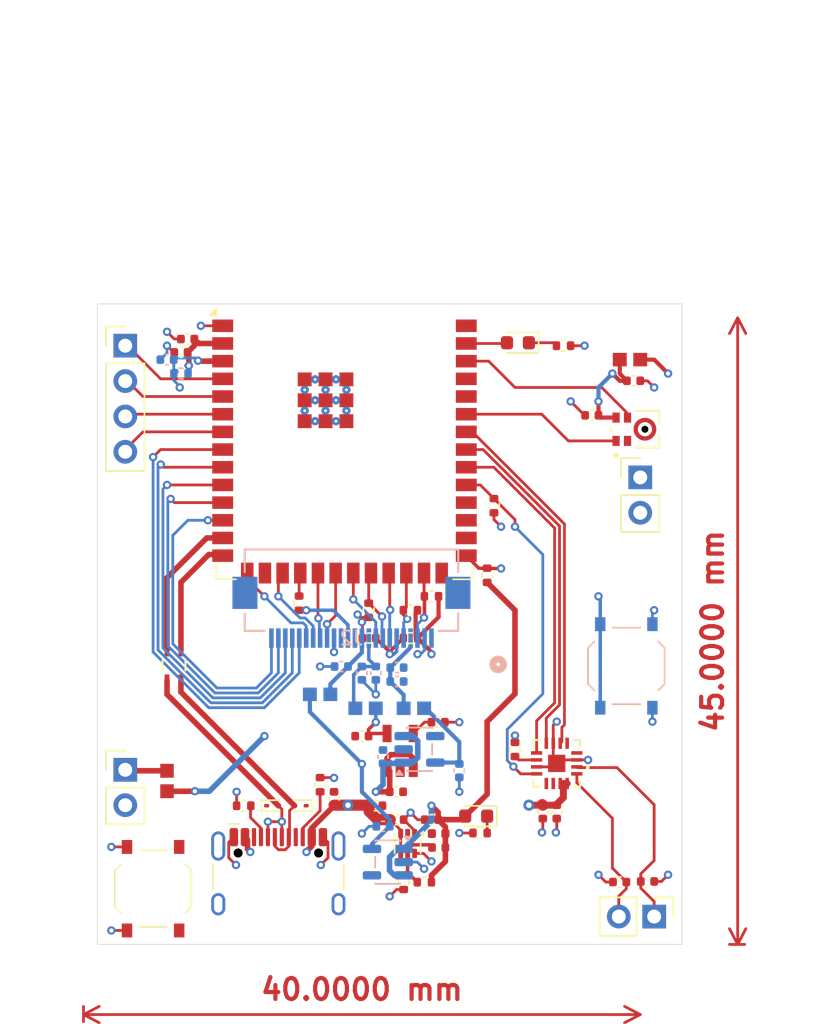
<source format=kicad_pcb>
(kicad_pcb (version 20241229) (generator "pcbnew") (generator_version "9.0")
  (layers (0 "F.Cu" signal) (4 "In1.Cu" power "GND PLANE") (6 "In2.Cu" power "POWER") (2 "B.Cu" signal) (13 "F.Paste" user) (15 "B.Paste" user) (5 "F.SilkS" user "F.Silkscreen") (7 "B.SilkS" user "B.Silkscreen") (1 "F.Mask" user) (3 "B.Mask" user) (25 "Edge.Cuts" user))
  (net 0 "")
  (net 1 "GND")
  (net 2 "IO0")
  (net 3 "3V3-Main")
  (net 4 "Net-(MMICT1-VDD)")
  (net 5 "5V")
  (net 6 "+2V8")
  (net 7 "+1V8")
  (net 8 "Net-(IC1-BP)")
  (net 9 "+1V5")
  (net 10 "Net-(U4-FB)")
  (net 11 "AVDD")
  (net 12 "DOVDD")
  (net 13 "DVDD")
  (net 14 "Reset")
  (net 15 "Net-(D1-K)")
  (net 16 "IO1")
  (net 17 "Net-(D4-K)")
  (net 18 "USB_D+")
  (net 19 "USB_D-")
  (net 20 "+1.8V")
  (net 21 "3V3-OUT")
  (net 24 "IO48")
  (net 25 "IO8")
  (net 26 "IO16")
  (net 27 "IO4")
  (net 28 "Net-(J2-Pad13)")
  (net 29 "IO15")
  (net 30 "IO6")
  (net 31 "IO7")
  (net 32 "IO12")
  (net 33 "IO9")
  (net 34 "IO11")
  (net 35 "IO13")
  (net 36 "IO18")
  (net 38 "IO17")
  (net 39 "IO5")
  (net 41 "IO40")
  (net 42 "IO38")
  (net 43 "IO42")
  (net 44 "IO41")
  (net 45 "IO39")
  (net 46 "TX")
  (net 47 "Net-(J5-Pin_1)")
  (net 48 "Net-(J5-Pin_2)")
  (net 49 "Net-(U4-SW)")
  (net 50 "IO47")
  (net 51 "IO46")
  (net 52 "IO21")
  (net 53 "Net-(U3-GAIN_SLOT)")
  (net 54 "IO45")
  (net 55 "IO10")
  (net 56 "EN")
  (net 59 "IO3")
  (net 64 "IO14")
  (net 65 "IO2")
  (net 70 "Net-(J6-CC1)")
  (net 71 "Net-(J6-CC2)")
  (net 73 "D+")
  (net 74 "D-")
  (net 78 "+3V3")
  (footprint "Capacitor_SMD:C_0402_1005Metric" (layer "F.Cu") (at 209 83.48 90)
    (property "Reference" "C4" (hide yes))
    (property "Value" "10uF" (hide yes))
  )
  (footprint "Capacitor_SMD:C_0402_1005Metric" (layer "F.Cu") (at 201.52 86.04)
    (property "Reference" "C19" (hide yes))
    (property "Value" "22pF" (hide yes))
  )
  (footprint "Resistor_SMD:R_0402_1005Metric" (layer "F.Cu") (at 199.49 69 180)
    (property "Reference" "R24" (hide yes))
    (property "Value" "4.7k" (hide yes))
  )
  (footprint "FerriteBead:BEADC1608X95N" (layer "F.Cu") (at 215.265 51 180)
    (property "Reference" "FB2" (hide yes))
    (property "Value" "600R@100MHz" (hide yes))
  )
  (footprint "Resistor_SMD:R_0402_1005Metric" (layer "F.Cu") (at 205.49 61.49 90)
    (property "Reference" "R1" (hide yes))
    (property "Value" "100k" (hide yes))
  )
  (footprint "Capacitor_SMD:C_0402_1005Metric" (layer "F.Cu") (at 216.52 88.48 180)
    (property "Reference" "C18" (hide yes))
    (property "Value" "0.1uF" (hide yes))
  )
  (footprint "Connector_PinHeader_2.54mm:PinHeader_1x02_P2.54mm_Vertical" (layer "F.Cu") (at 217 91 -90)
    (property "Reference" "J5" (hide yes))
    (property "Value" "Conn_01x02_Pin" (hide yes))
  )
  (footprint "Connector_PinHeader_2.54mm:PinHeader_1x02_P2.54mm_Vertical" (layer "F.Cu") (at 216 59.46)
    (property "Reference" "J3" (hide yes))
    (property "Value" "Conn_01x02_Pin" (hide yes))
  )
  (footprint "Capacitor_SMD:C_0402_1005Metric" (layer "F.Cu") (at 215.52 52.52 180)
    (property "Reference" "C5" (hide yes))
    (property "Value" "1uF" (hide yes))
  )
  (footprint "Capacitor_SMD:C_0402_1005Metric" (layer "F.Cu") (at 212.52 55)
    (property "Reference" "C3" (hide yes))
    (property "Value" "0.1uF" (hide yes))
  )
  (footprint "FerriteBead:BEADC1608X95N" (layer "F.Cu") (at 182 81.265 90)
    (property "Reference" "FB7" (hide yes))
    (property "Value" "600R@100MHz" (hide yes))
  )
  (footprint "Resistor_SMD:R_0402_1005Metric" (layer "F.Cu") (at 199.49 71 180)
    (property "Reference" "R26" (hide yes))
    (property "Value" "4.7k" (hide yes))
  )
  (footprint "Capacitor_SMD:C_0402_1005Metric" (layer "F.Cu") (at 197 83.04 180)
    (property "Reference" "C14" (hide yes))
    (property "Value" "10uF" (hide yes))
  )
  (footprint "Capacitor_SMD:C_0402_1005Metric" (layer "F.Cu") (at 194 82.52 90)
    (property "Reference" "C12" (hide yes))
    (property "Value" "10uF" (hide yes))
  )
  (footprint "RF_Module:ESP32-S3-WROOM-2" (layer "F.Cu") (at 194.75 53.83)
    (property "Reference" "U5" (hide yes))
    (property "Value" "ESP32-S3-WROOM-2" (hide yes))
  )
  (footprint "MMIC:MIC_T3902" (layer "F.Cu") (at 215.6275 56 90)
    (property "Reference" "MMICT1" (hide yes))
    (property "Value" "T3902" (hide yes))
  )
  (footprint "Resistor_SMD:R_0402_1005Metric" (layer "F.Cu") (at 207 79 -90)
    (property "Reference" "R3" (hide yes))
    (property "Value" "100k" (hide yes))
  )
  (footprint "Resistor_SMD:R_0402_1005Metric" (layer "F.Cu") (at 191.49 68.49 -90)
    (property "Reference" "R14" (hide yes))
    (property "Value" "22" (hide yes))
  )
  (footprint "Capacitor_SMD:C_0402_1005Metric" (layer "F.Cu") (at 183.48 49.52 180)
    (property "Reference" "C16" (hide yes))
    (property "Value" "10nF" (hide yes))
  )
  (footprint "Capacitor_SMD:C_0402_1005Metric" (layer "F.Cu") (at 198.48 82.04)
    (property "Reference" "C1" (hide yes))
    (property "Value" "1uF" (hide yes))
  )
  (footprint "Resistor_SMD:R_0402_1005Metric" (layer "F.Cu") (at 201 68 180)
    (property "Reference" "R25" (hide yes))
    (property "Value" "4.7k" (hide yes))
  )
  (footprint "Resistor_SMD:R_0402_1005Metric" (layer "F.Cu") (at 210.49 50)
    (property "Reference" "R21" (hide yes))
    (property "Value" "470R" (hide yes))
  )
  (footprint "Capacitor_SMD:C_0402_1005Metric" (layer "F.Cu") (at 198.52 84.04 180)
    (property "Reference" "C13" (hide yes))
    (property "Value" "0.1uF" (hide yes))
  )
  (footprint "Capacitor_SMD:C_0402_1005Metric" (layer "F.Cu") (at 183 50.48 180)
    (property "Reference" "C15" (hide yes))
    (property "Value" "1uF" (hide yes))
  )
  (footprint "Inductor_SMD:L_0402_1005Metric" (layer "F.Cu") (at 201.515 85.04)
    (property "Reference" "L1" (hide yes))
    (property "Value" "2.2uH" (hide yes))
  )
  (footprint "Connector_PinHeader_2.54mm:PinHeader_1x02_P2.54mm_Vertical" (layer "F.Cu") (at 179 80.46)
    (property "Reference" "J1" (hide yes))
    (property "Value" "Conn_01x02_Pin" (hide yes))
  )
  (footprint "Connector_PinHeader_2.54mm:PinHeader_1x04_P2.54mm_Vertical" (layer "F.Cu") (at 179 50)
    (property "Reference" "J4" (hide yes))
    (property "Value" "Conn_01x04_Pin" (hide yes))
  )
  (footprint "LDO1.5:SOT94P280X100-5N" (layer "F.Cu") (at 198.75 79.1 -90)
    (property "Reference" "IC1" (hide yes))
    (property "Value" "RT9193-15GB" (hide yes))
  )
  (footprint "Capacitor_SMD:C_0402_1005Metric" (layer "F.Cu") (at 210 83.48 90)
    (property "Reference" "C6" (hide yes))
    (property "Value" "0.1uF" (hide yes))
  )
  (footprint "Resistor_SMD:R_0402_1005Metric" (layer "F.Cu") (at 204.49 85 180)
    (property "Reference" "R10" (hide yes))
    (property "Value" "470R" (hide yes))
  )
  (footprint "Button_Switch_SMD:SW_Push_1P1T_XKB_TS-1187A" (layer "F.Cu") (at 181 89 90)
    (property "Reference" "Reset1" (hide yes))
    (property "Value" "Reset" (hide yes))
  )
  (footprint "Capacitor_SMD:C_0402_1005Metric" (layer "F.Cu") (at 196.52 71 180)
    (property "Reference" "C41" (hide yes))
    (property "Value" "0.1uF" (hide yes))
  )
  (footprint "common_mode_choke:IND_DLW21S_0805_MUR-M" (layer "F.Cu") (at 182.500001 72.9618)
    (property "Reference" "L2" (hide yes))
    (property "Value" "DLW21SN900SQ2L" (hide yes))
  )
  (footprint "Resistor_SMD:R_0402_1005Metric" (layer "F.Cu") (at 199 88.55 90)
    (property "Reference" "R8" (hide yes))
    (property "Value" "20k" (hide yes))
  )
  (footprint "LED_SMD:LED_0603_1608Metric" (layer "F.Cu") (at 207.2125 49.7875 180)
    (property "Reference" "D4" (hide yes))
    (property "Value" "LED" (hide yes))
  )
  (footprint "Package_DFN_QFN:Max98753-ETE" (layer "F.Cu") (at 210 80)
    (property "Reference" "U3" (hide yes))
    (property "Value" "MAX98357A" (hide yes))
  )
  (footprint "Diode_SMD:D_SOD-923" (layer "F.Cu") (at 191.58 83.04 180)
    (property "Reference" "D6" (hide yes))
    (property "Value" "ESD9B3.3ST5G" (hide yes))
  )
  (footprint "Resistor_SMD:R_0402_1005Metric" (layer "F.Cu") (at 187.51 83.04)
    (property "Reference" "R4" (hide yes))
    (property "Value" "5.1K" (hide yes))
  )
  (footprint "Package_TO_SOT_SMD:SOT-563" (layer "F.Cu") (at 199.2875 85.7525 180)
    (property "Reference" "U4" (hide yes))
    (property "Value" "TPS62A02ADRL" (hide yes))
  )
  (footprint "LED_SMD:LED_0603_1608Metric" (layer "F.Cu") (at 204.2125 83.7875 180)
    (property "Reference" "D1" (hide yes))
    (property "Value" "LED" (hide yes))
  )
  (footprint "Resistor_SMD:R_0402_1005Metric" (layer "F.Cu") (at 205 66.49 90)
    (property "Reference" "R27" (hide yes))
    (property "Value" "10K" (hide yes))
  )
  (footprint "Resistor_SMD:R_0402_1005Metric" (layer "F.Cu") (at 196.49 69 90)
    (property "Reference" "R23" (hide yes))
    (property "Value" "10k" (hide yes))
  )
  (footprint "Capacitor_SMD:C_0402_1005Metric" (layer "F.Cu") (at 201.48 77.04)
    (property "Reference" "C10" (hide yes))
    (property "Value" "22nF" (hide yes))
  )
  (footprint "Capacitor_SMD:C_0402_1005Metric" (layer "F.Cu") (at 214.52 88.52 180)
    (property "Reference" "C7" (hide yes))
    (property "Value" "0.1uF" (hide yes))
  )
  (footprint "Resistor_SMD:R_0402_1005Metric" (layer "F.Cu") (at 193 81.53 -90)
    (property "Reference" "R2" (hide yes))
    (property "Value" "5.1K" (hide yes))
  )
  (footprint "Connector_USB:USB_C_Receptacle_HCTL_HC-TYPE-C-16P-01A" (layer "F.Cu") (at 190 89.04)
    (property "Reference" "J6" (hide yes))
    (property "Value" "USB_C_Receptacle_USB2.0_16P" (hide yes))
  )
  (footprint "Capacitor_SMD:C_0402_1005Metric" (layer "F.Cu") (at 201 84.04)
    (property "Reference" "C20" (hide yes))
    (property "Value" "22uF" (hide yes))
  )
  (footprint "Resistor_SMD:R_0402_1005Metric" (layer "F.Cu") (at 200.49 88.53)
    (property "Reference" "R7" (hide yes))
    (property "Value" "100k" (hide yes))
  )
  (footprint "Diode_SMD:D_SOD-923" (layer "F.Cu") (at 189.58 83.04)
    (property "Reference" "D5" (hide yes))
    (property "Value" "ESD9B3.3ST5G" (hide yes))
  )
  (footprint "Capacitor_SMD:C_0402_1005Metric" (layer "F.Cu") (at 196 78.04)
    (property "Reference" "C11" (hide yes))
    (property "Value" "2.2uF" (hide yes))
  )
  (footprint "Capacitor_SMD:C_0402_1005Metric" (layer "B.Cu") (at 198.52 73.12)
    (property "Reference" "C35" (hide yes))
    (property "Value" "1uF" (hide yes))
  )
  (footprint "Package_TO_SOT_SMD:SOT-23-5" (layer "B.Cu") (at 197.8625 87.09)
    (property "Reference" "U2" (hide yes))
    (property "Value" "TLV70018_SOT23-5" (hide yes))
  )
  (footprint "Capacitor_SMD:C_0402_1005Metric" (layer "B.Cu") (at 198.52 74.12)
    (property "Reference" "C31" (hide yes))
    (property "Value" "0.1uF" (hide yes))
  )
  (footprint "FerriteBead:BEADC1608X95N" (layer "B.Cu") (at 193 75.04)
    (property "Reference" "FB4" (hide yes))
    (property "Value" "600R@100MHz" (hide yes))
  )
  (footprint "Capacitor_SMD:C_0402_1005Metric" (layer "B.Cu") (at 182 51 180)
    (property "Reference" "C17" (hide yes))
    (property "Value" "0.1uF" (hide yes))
  )
  (footprint "FerriteBead:BEADC1608X95N" (layer "B.Cu") (at 196.265 76.04 180)
    (property "Reference" "FB5" (hide yes))
    (property "Value" "600R@100MHz" (hide yes))
  )
  (footprint "Resistor_SMD:R_0402_1005Metric" (layer "B.Cu") (at 183 52 180)
    (property "Reference" "R6" (hide yes))
    (property "Value" "10K" (hide yes))
  )
  (footprint "Capacitor_SMD:C_0402_1005Metric" (layer "B.Cu") (at 196 73.52 -90)
    (property "Reference" "C33" (hide yes))
    (property "Value" "0.1uF" (hide yes))
  )
  (footprint "Capacitor_SMD:C_0402_1005Metric" (layer "B.Cu") (at 197.52 84.52)
    (property "Reference" "C9" (hide yes))
    (property "Value" "1uF" (hide yes))
  )
  (footprint "Capacitor_SMD:C_0402_1005Metric" (layer "B.Cu") (at 203 80.52 -90)
    (property "Reference" "C8" (hide yes))
    (property "Value" "1uF" (hide yes))
  )
  (footprint "Capacitor_SMD:C_0402_1005Metric" (layer "B.Cu") (at 194.52 73.04 180)
    (property "Reference" "C32" (hide yes))
    (property "Value" "0.1uF" (hide yes))
  )
  (footprint "Package_TO_SOT_SMD:SOT-23-5" (layer "B.Cu") (at 200.1375 78.99 180)
    (property "Reference" "U1" (hide yes))
    (property "Value" "TLV70028_SOT23-5" (hide yes))
  )
  (footprint "Connector_FPC_Custom:CONN24X1_FH12-24S-0.5SH55_HIR" (layer "B.Cu") (at 195.079199 69.448347 180)
    (property "Reference" "J2")
    (property "Value" "FH12-24S-0.5SH55")
  )
  (footprint "FerriteBead:BEADC1608X95N" (layer "B.Cu") (at 199.735 76.04 180)
    (property "Reference" "FB6" (hide yes))
    (property "Value" "600R@100MHz" (hide yes))
  )
  (footprint "Button_Switch_SMD:SW_Push_1P1T_XKB_TS-1187A" (layer "B.Cu") (at 215 73 90)
    (property "Reference" "BOOT1" (hide yes))
    (property "Value" "BOOT" (hide yes))
  )
  (footprint "Capacitor_SMD:C_0402_1005Metric" (layer "B.Cu") (at 197 73.52 -90)
    (property "Reference" "C36" (hide yes))
    (property "Value" "1uF" (hide yes))
  )
  (footprint "Capacitor_SMD:C_0402_1005Metric" (layer "B.Cu") (at 197.52 79.52 90)
    (property "Reference" "C2" (hide yes))
    (property "Value" "10uF" (hide yes))
  )
  (gr_rect (start 177 47) (end 219 93) (stroke (width 0.05)) (fill no) (layer "Edge.Cuts"))
  (dimension (type orthogonal) (layer "F.Cu") (pts (xy 216 98.04) (xy 176 99.04)) (height 0) (orientation 0) (format (prefix "") (suffix "") (units 3) (units_format 1) (precision 4)) (style (thickness 0.2) (arrow_length 1.27) (text_position_mode 0) (arrow_direction outward) (extension_height 0.58642) (extension_offset 0.5) (keep_text_aligned yes)) (gr_text "40.0000 mm" (at 196 96.24 0) (layer "F.Cu") (effects (font (size 1.5 1.5) (thickness 0.3)))))
  (dimension (type orthogonal) (layer "F.Cu") (pts (xy 223 48) (xy 224 93)) (height 0) (orientation 1) (format (prefix "") (suffix "") (units 3) (units_format 1) (precision 4)) (style (thickness 0.2) (arrow_length 1.27) (text_position_mode 0) (arrow_direction outward) (extension_height 0.58642) (extension_offset 0.5) (keep_text_aligned yes)) (gr_text "45.0000 mm" (at 221.2 70.5 90) (layer "F.Cu") (effects (font (size 1.5 1.5) (thickness 0.3)))))
  (segment (start 214.04 88.52) (end 213.52 88.52) (width 0.2) (layer "F.Cu") (net 1))
  (segment (start 195.891129 69.51) (end 195.690543 69.309414) (width 0.2) (layer "F.Cu") (net 1))
  (segment (start 209.75 78.5546) (end 209.75 77.25) (width 0.2) (layer "F.Cu") (net 1))
  (segment (start 196.04 69.8891) (end 195.999998 69.849098) (width 0.2) (layer "F.Cu") (net 1))
  (segment (start 193.566 85.661) (end 193.566 86.776412) (width 0.2) (layer "F.Cu") (net 1))
  (segment (start 209.75 77.25) (end 210 77) (width 0.2) (layer "F.Cu") (net 1))
  (segment (start 212.25 79.75) (end 211.4454 79.75) (width 0.2) (layer "F.Cu") (net 1))
  (segment (start 209.94 84.96) (end 210 84.9) (width 0.2) (layer "F.Cu") (net 1))
  (segment (start 186.434 85.661) (end 186.434 86.776412) (width 0.2) (layer "F.Cu") (net 1))
  (segment (start 193.2 85.295) (end 193.566 85.661) (width 0.2) (layer "F.Cu") (net 1))
  (segment (start 217 88.48) (end 217.52 88.48) (width 0.2) (layer "F.Cu") (net 1))
  (segment (start 182.52 49.52) (end 182 49) (width 0.2) (layer "F.Cu") (net 1))
  (segment (start 179.125 86) (end 178 86) (width 0.2) (layer "F.Cu") (net 1))
  (segment (start 209.75 80.25) (end 208.5546 80.25) (width 0.2) (layer "F.Cu") (net 1))
  (segment (start 196.04 71) (end 196.04 69.8891) (width 0.2) (layer "F.Cu") (net 1))
  (segment (start 199.7875 84.8275) (end 199 84.04) (width 0.2) (layer "F.Cu") (net 1))
  (segment (start 182.52 50.48) (end 182.48 50.48) (width 0.2) (layer "F.Cu") (net 1))
  (segment (start 193.566 86.776412) (end 193.046525 87.295887) (width 0.2) (layer "F.Cu") (net 1))
  (segment (start 179.125 92) (end 178 92) (width 0.2) (layer "F.Cu") (net 1))
  (segment (start 187 83.04) (end 187 82.04) (width 0.2) (layer "F.Cu") (net 1))
  (segment (start 205.49 62) (end 205.49 62.49) (width 0.2) (layer "F.Cu") (net 1))
  (segment (start 193 81.02) (end 193.98 81.02) (width 0.2) (layer "F.Cu") (net 1))
  (segment (start 212.04 55) (end 212 55) (width 0.2) (layer "F.Cu") (net 1))
  (segment (start 210 80) (end 210.25 79.75) (width 0.2) (layer "F.Cu") (net 1))
  (segment (start 210.25 79.75) (end 211.4454 79.75) (width 0.2) (layer "F.Cu") (net 1))
  (segment (start 200.52 84.04) (end 200 84.04) (width 0.2) (layer "F.Cu") (net 1))
  (segment (start 217.52 88.48) (end 218 88) (width 0.2) (layer "F.Cu") (net 1))
  (segment (start 210 83.96) (end 210 84.9) (width 0.2) (layer "F.Cu") (net 1))
  (segment (start 198.49 89.06) (end 198 89.55) (width 0.2) (layer "F.Cu") (net 1))
  (segment (start 210 80) (end 209.75 79.75) (width 0.2) (layer "F.Cu") (net 1))
  (segment (start 196.49 69.51) (end 195.891129 69.51) (width 0.2) (layer "F.Cu") (net 1))
  (segment (start 207 78.49) (end 207 78) (width 0.2) (layer "F.Cu") (net 1))
  (segment (start 210 80) (end 209.75 80.25) (width 0.2) (layer "F.Cu") (net 1))
  (segment (start 213.52 88.52) (end 213 88) (width 0.2) (layer "F.Cu") (net 1))
  (segment (start 186.434 86.776412) (end 186.953475 87.295887) (width 0.2) (layer "F.Cu") (net 1))
  (segment (start 211 50) (end 212 50) (width 0.2) (layer "F.Cu") (net 1))
  (segment (start 209 83.96) (end 209 84.9) (width 0.2) (layer "F.Cu") (net 1))
  (segment (start 184.43 48.57) (end 186 48.57) (width 0.2) (layer "F.Cu") (net 1))
  (segment (start 200 84.04) (end 199.5 83.54) (width 0.2) (layer "F.Cu") (net 1))
  (segment (start 216 52.52) (end 216.52 52.52) (width 0.2) (layer "F.Cu") (net 1))
  (segment (start 183 49.52) (end 182.52 49.52) (width 0.2) (layer "F.Cu") (net 1))
  (segment (start 216.52 52.52) (end 217 53) (width 0.2) (layer "F.Cu") (net 1))
  (segment (start 186.8 85.295) (end 186.434 85.661) (width 0.2) (layer "F.Cu") (net 1))
  (segment (start 203.98 85) (end 203 85) (width 0.2) (layer "F.Cu") (net 1))
  (segment (start 199 89.06) (end 198.49 89.06) (width 0.2) (layer "F.Cu") (net 1))
  (segment (start 199 84.04) (end 199.5 83.54) (width 0.2) (layer "F.Cu") (net 1))
  (segment (start 201.96 77.04) (end 203 77.04) (width 0.2) (layer "F.Cu") (net 1))
  (segment (start 205.49 62.49) (end 206 63) (width 0.2) (layer "F.Cu") (net 1))
  (segment (start 209.75 79.75) (end 209.75 78.5546) (width 0.2) (layer "F.Cu") (net 1))
  (segment (start 182.48 50.48) (end 182 50) (width 0.2) (layer "F.Cu") (net 1))
  (segment (start 209 84.9) (end 208.94 84.96) (width 0.2) (layer "F.Cu") (net 1))
  (segment (start 212 55) (end 211 54) (width 0.2) (layer "F.Cu") (net 1))
  (segment (start 193.98 81.02) (end 194 81.04) (width 0.2) (layer "F.Cu") (net 1))
  (via (at 212 50) (size 0.6) (drill 0.3) (layers "F.Cu" "B.Cu") (net 1))
  (via (at 197 75.04) (size 0.6) (drill 0.3) (layers "F.Cu" "B.Cu") (net 1))
  (via (at 182 50) (size 0.6) (drill 0.3) (layers "F.Cu" "B.Cu") (net 1))
  (via (at 217 53) (size 0.6) (drill 0.3) (layers "F.Cu" "B.Cu") (net 1))
  (via (at 193.046525 87.295887) (size 0.6) (drill 0.3) (layers "F.Cu" "B.Cu") (net 1))
  (via (at 187 82.04) (size 0.6) (drill 0.3) (layers "F.Cu" "B.Cu") (net 1))
  (via (at 199.5 83.54) (size 0.6) (drill 0.3) (layers "F.Cu" "B.Cu") (net 1))
  (via (at 196 85.04) (size 0.6) (drill 0.3) (layers "F.Cu" "B.Cu") (net 1))
  (via (at 218 88) (size 0.6) (drill 0.3) (layers "F.Cu" "B.Cu") (net 1))
  (via (at 203 85) (size 0.6) (drill 0.3) (layers "F.Cu" "B.Cu") (net 1))
  (via (at 193 73.04) (size 0.6) (drill 0.3) (layers "F.Cu" "B.Cu") (net 1))
  (via (at 210 77) (size 0.6) (drill 0.3) (layers "F.Cu" "B.Cu") (net 1))
  (via (at 206 63) (size 0.6) (drill 0.3) (layers "F.Cu" "B.Cu") (net 1))
  (via (at 217 69) (size 0.6) (drill 0.3) (layers "F.Cu" "B.Cu") (net 1))
  (via (at 216.875 77) (size 0.6) (drill 0.3) (layers "F.Cu" "B.Cu") (net 1))
  (via (at 195.999998 69.849098) (size 0.6) (drill 0.3) (layers "F.Cu" "B.Cu") (net 1))
  (via (at 194 81.04) (size 0.6) (drill 0.3) (layers "F.Cu" "B.Cu") (net 1))
  (via (at 200.467971 87.572029) (size 0.6) (drill 0.3) (layers "F.Cu" "B.Cu") (net 1))
  (via (at 208.94 84.96) (size 0.6) (drill 0.3) (layers "F.Cu" "B.Cu") (net 1))
  (via (at 182 49) (size 0.6) (drill 0.3) (layers "F.Cu" "B.Cu") (net 1))
  (via (at 203 82.04) (size 0.6) (drill 0.3) (layers "F.Cu" "B.Cu") (net 1))
  (via (at 200 72.150902) (size 0.6) (drill 0.3) (layers "F.Cu" "B.Cu") (net 1))
  (via (at 207 78) (size 0.6) (drill 0.3) (layers "F.Cu" "B.Cu") (net 1))
  (via (at 212.25 79.75) (size 0.6) (drill 0.3) (layers "F.Cu" "B.Cu") (net 1))
  (via (at 178 86) (size 0.6) (drill 0.3) (layers "F.Cu" "B.Cu") (net 1))
  (via (at 195.690543 69.309414) (size 0.6) (drill 0.3) (layers "F.Cu" "B.Cu") (net 1))
  (via (at 194 72.002653) (size 0.6) (drill 0.3) (layers "F.Cu" "B.Cu") (net 1))
  (via (at 178 92) (size 0.6) (drill 0.3) (layers "F.Cu" "B.Cu") (net 1))
  (via (at 213 88) (size 0.6) (drill 0.3) (layers "F.Cu" "B.Cu") (net 1))
  (via (at 211 54) (size 0.6) (drill 0.3) (layers "F.Cu" "B.Cu") (net 1))
  (via (at 203 77.04) (size 0.6) (drill 0.3) (layers "F.Cu" "B.Cu") (net 1))
  (via (at 209.94 84.96) (size 0.6) (drill 0.3) (layers "F.Cu" "B.Cu") (net 1))
  (via (at 186.953475 87.295887) (size 0.6) (drill 0.3) (layers "F.Cu" "B.Cu") (net 1))
  (via (at 184.43 48.57) (size 0.6) (drill 0.3) (layers "F.Cu" "B.Cu") (net 1))
  (via (at 198 89.55) (size 0.6) (drill 0.3) (layers "F.Cu" "B.Cu") (net 1))
  (segment (start 200.499999 71.870401) (end 200.219498 72.150902) (width 0.2) (layer "B.Cu") (net 1))
  (segment (start 182 50) (end 182 50.52) (width 0.2) (layer "B.Cu") (net 1))
  (segment (start 194.04 73.04) (end 193 73.04) (width 0.2) (layer "B.Cu") (net 1))
  (segment (start 216.875 70) (end 216.875 69.125) (width 0.2) (layer "B.Cu") (net 1))
  (segment (start 197.04 84.52) (end 196.52 84.52) (width 0.2) (layer "B.Cu") (net 1))
  (segment (start 203 81) (end 203 82.04) (width 0.2) (layer "B.Cu") (net 1))
  (segment (start 196.52 84.52) (end 196 85.04) (width 0.2) (layer "B.Cu") (net 1))
  (segment (start 216.875 69.125) (end 217 69) (width 0.2) (layer "B.Cu") (net 1))
  (segment (start 216.875 77) (end 216.875 76) (width 0.2) (layer "B.Cu") (net 1))
  (segment (start 199 87.09) (end 199.985942 87.09) (width 0.2) (layer "B.Cu") (net 1))
  (segment (start 196 74.04) (end 197 75.04) (width 0.2) (layer "B.Cu") (net 1))
  (segment (start 182 50.52) (end 181.52 51) (width 0.2) (layer "B.Cu") (net 1))
  (segment (start 197 74) (end 197 75.04) (width 0.2) (layer "B.Cu") (net 1))
  (segment (start 196 74) (end 196 74.04) (width 0.2) (layer "B.Cu") (net 1))
  (segment (start 199.985942 87.09) (end 200.467971 87.572029) (width 0.2) (layer "B.Cu") (net 1))
  (segment (start 200.219498 72.150902) (end 200 72.150902) (width 0.2) (layer "B.Cu") (net 1))
  (segment (start 200.499999 71) (end 200.499999 71.870401) (width 0.2) (layer "B.Cu") (net 1))
  (segment (start 193.999999 71) (end 194 72.002653) (width 0.2) (layer "B.Cu") (net 1))
  (segment (start 205.02 66) (end 205 65.98) (width 0.25) (layer "F.Cu") (net 2))
  (segment (start 205 65.98) (end 204.4 65.98) (width 0.25) (layer "F.Cu") (net 2))
  (segment (start 206 66) (end 205.02 66) (width 0.25) (layer "F.Cu") (net 2))
  (segment (start 204.4 65.98) (end 203.5 65.08) (width 0.25) (layer "F.Cu") (net 2))
  (via (at 206 66) (size 0.6) (drill 0.3) (layers "F.Cu" "B.Cu") (net 2))
  (via (at 213 68) (size 0.6) (drill 0.3) (layers "F.Cu" "B.Cu") (net 2))
  (segment (start 213.125 70) (end 213.125 76) (width 0.25) (layer "B.Cu") (net 2))
  (segment (start 213.125 70) (end 213.125 68.125) (width 0.25) (layer "B.Cu") (net 2))
  (segment (start 213.125 68.125) (end 213 68) (width 0.25) (layer "B.Cu") (net 2))
  (segment (start 202 84.56) (end 201.48 84.04) (width 0.4) (layer "F.Cu") (net 3))
  (segment (start 183.566695 50.566695) (end 183.48 50.48) (width 0.4) (layer "F.Cu") (net 3))
  (segment (start 184.28 49.84) (end 183.96 49.52) (width 0.4) (layer "F.Cu") (net 3))
  (segment (start 205 77) (end 207 75) (width 0.4) (layer "F.Cu") (net 3))
  (segment (start 202 85.04) (end 202 84.56) (width 0.4) (layer "F.Cu") (net 3))
  (segment (start 207 69) (end 205 67) (width 0.4) (layer "F.Cu") (net 3))
  (segment (start 203.1725 84.04) (end 203.425 83.7875) (width 0.4) (layer "F.Cu") (net 3))
  (segment (start 201.48 83.52) (end 201 83.04) (width 0.4) (layer "F.Cu") (net 3))
  (segment (start 197.81 80.35) (end 197.81 79.6332) (width 0.4) (layer "F.Cu") (net 3))
  (segment (start 198 82.04) (end 198 80.54) (width 0.4) (layer "F.Cu") (net 3))
  (segment (start 198.0716 79.3716) (end 199.4284 79.3716) (width 0.4) (layer "F.Cu") (net 3))
  (segment (start 201.48 84.04) (end 201.48 83.52) (width 0.4) (layer "F.Cu") (net 3))
  (segment (start 183.48 50.48) (end 183.96 50) (width 0.4) (layer "F.Cu") (net 3))
  (segment (start 201 88.04) (end 201 88.53) (width 0.4) (layer "F.Cu") (net 3))
  (segment (start 183.566695 51.433305) (end 183.446439 51.433305) (width 0.4) (layer "F.Cu") (net 3))
  (segment (start 201.48 84.04) (end 203.1725 84.04) (width 0.4) (layer "F.Cu") (net 3))
  (segment (start 186 49.84) (end 184.28 49.84) (width 0.4) (layer "F.Cu") (net 3))
  (segment (start 202 86.04) (end 202 87.04) (width 0.4) (layer "F.Cu") (net 3))
  (segment (start 183.96 50) (end 183.96 49.52) (width 0.4) (layer "F.Cu") (net 3))
  (segment (start 203.425 83.7875) (end 205 82.2125) (width 0.4) (layer "F.Cu") (net 3))
  (segment (start 205 82.2125) (end 205 77) (width 0.4) (layer "F.Cu") (net 3))
  (segment (start 198 80.54) (end 197.81 80.35) (width 0.4) (layer "F.Cu") (net 3))
  (segment (start 197.81 79.6332) (end 198.0716 79.3716) (width 0.4) (layer "F.Cu") (net 3))
  (segment (start 183.566695 51.433305) (end 183.566695 50.566695) (width 0.4) (layer "F.Cu") (net 3))
  (segment (start 199.4284 79.3716) (end 199.69 79.6332) (width 0.4) (layer "F.Cu") (net 3))
  (segment (start 207 75) (end 207 69) (width 0.4) (layer "F.Cu") (net 3))
  (segment (start 183.446439 51.433305) (end 183.439872 51.439872) (width 0.4) (layer "F.Cu") (net 3))
  (segment (start 197 82.04) (end 198 82.04) (width 0.4) (layer "F.Cu") (net 3))
  (segment (start 202 86.04) (end 202 85.04) (width 0.4) (layer "F.Cu") (net 3))
  (segment (start 202 87.04) (end 201 88.04) (width 0.4) (layer "F.Cu") (net 3))
  (segment (start 184 82) (end 182 82) (width 0.4) (layer "F.Cu") (net 3))
  (segment (start 199.69 79.6332) (end 199.69 80.35) (width 0.4) (layer "F.Cu") (net 3))
  (via (at 197 82.04) (size 0.6) (drill 0.3) (layers "F.Cu" "B.Cu") (net 3))
  (via (at 183.566695 51.433305) (size 0.6) (drill 0.3) (layers "F.Cu" "B.Cu") (net 3))
  (via (at 184 82) (size 0.6) (drill 0.3) (layers "F.Cu" "B.Cu") (net 3))
  (via (at 189 78.04) (size 0.6) (drill 0.3) (layers "F.Cu" "B.Cu") (net 3))
  (via (at 201 83.04) (size 0.6) (drill 0.3) (layers "F.Cu" "B.Cu") (net 3))
  (segment (start 200.0159 78.393401) (end 199.662499 78.04) (width 0.4) (layer "B.Cu") (net 3))
  (segment (start 200.0159 79.586599) (end 200.0159 78.393401) (width 0.4) (layer "B.Cu") (net 3))
  (segment (start 199 86.14) (end 198.571428 86.14) (width 0.4) (layer "B.Cu") (net 3))
  (segment (start 199.662499 78.04) (end 199 78.04) (width 0.4) (layer "B.Cu") (net 3))
  (segment (start 198.337501 88.04) (end 199 88.04) (width 0.4) (layer "B.Cu") (net 3))
  (segment (start 197.52 81.52) (end 197 82.04) (width 0.4) (layer "B.Cu") (net 3))
  (segment (start 201 83.04) (end 201 84.14) (width 0.4) (layer "B.Cu") (net 3))
  (segment (start 199.662499 79.94) (end 200.0159 79.586599) (width 0.4) (layer "B.Cu") (net 3))
  (segment (start 197.9841 87.686599) (end 198.337501 88.04) (width 0.4) (layer "B.Cu") (net 3))
  (segment (start 185.04 82) (end 184 82) (width 0.4) (layer "B.Cu") (net 3))
  (segment (start 197.52 80) (end 198.94 80) (width 0.4) (layer "B.Cu") (net 3))
  (segment (start 198.94 80) (end 199 79.94) (width 0.4) (layer "B.Cu") (net 3))
  (segment (start 189 78.04) (end 185.04 82) (width 0.4) (layer "B.Cu") (net 3))
  (segment (start 197.52 79.94) (end 197.52 81.52) (width 0.4) (layer "B.Cu") (net 3))
  (segment (start 198.571428 86.14) (end 197.9841 86.727328) (width 0.4) (layer "B.Cu") (net 3))
  (segment (start 183.566695 51.943305) (end 183.51 52) (width 0.4) (layer "B.Cu") (net 3))
  (segment (start 201 84.14) (end 199 86.14) (width 0.4) (layer "B.Cu") (net 3))
  (segment (start 183.566695 51.433305) (end 183.566695 51.943305) (width 0.4) (layer "B.Cu") (net 3))
  (segment (start 197.9841 86.727328) (end 197.9841 87.686599) (width 0.4) (layer "B.Cu") (net 3))
  (segment (start 199 79.94) (end 199.662499 79.94) (width 0.4) (layer "B.Cu") (net 3))
  (segment (start 213.1625 55.1625) (end 213 55) (width 0.3) (layer "F.Cu") (net 4))
  (segment (start 215.04 52.52) (end 214.52 52.52) (width 0.3) (layer "F.Cu") (net 4))
  (segment (start 214.52 52.52) (end 214 52) (width 0.3) (layer "F.Cu") (net 4))
  (segment (start 214.53 51) (end 214.53 52.01) (width 0.3) (layer "F.Cu") (net 4))
  (segment (start 213 54) (end 213 55) (width 0.3) (layer "F.Cu") (net 4))
  (segment (start 214.53 52.01) (end 215.04 52.52) (width 0.3) (layer "F.Cu") (net 4))
  (segment (start 214.2635 55.1625) (end 213.1625 55.1625) (width 0.3) (layer "F.Cu") (net 4))
  (via (at 214 52) (size 0.6) (drill 0.3) (layers "F.Cu" "B.Cu") (net 4))
  (via (at 213 54) (size 0.6) (drill 0.3) (layers "F.Cu" "B.Cu") (net 4))
  (segment (start 213 53) (end 213 54) (width 0.3) (layer "B.Cu") (net 4))
  (segment (start 214 52) (end 213 53) (width 0.3) (layer "B.Cu") (net 4))
  (segment (start 197.118186 84.04) (end 198.04 84.04) (width 0.8) (layer "F.Cu") (net 5))
  (segment (start 196.52 83.441814) (end 197.118186 84.04) (width 0.8) (layer "F.Cu") (net 5))
  (segment (start 192.4 85.944999) (end 192.018019 86.32698) (width 0.4) (layer "F.Cu") (net 5))
  (segment (start 210 82.928799) (end 210.4784 82.450399) (width 0.5) (layer "F.Cu") (net 5))
  (segment (start 192.018019 86.32698) (end 192.018019 86.36237) (width 0.2) (layer "F.Cu") (net 5))
  (segment (start 187.786 86.166389) (end 187.981981 86.36237) (width 0.2) (layer "F.Cu") (net 5))
  (segment (start 198.7875 84.7875) (end 198.04 84.04) (width 0.2) (layer "F.Cu") (net 5))
  (segment (start 208.96 82.96) (end 209 83) (width 0.8) (layer "F.Cu") (net 5))
  (segment (start 210 83) (end 210 82.928799) (width 0.5) (layer "F.Cu") (net 5))
  (segment (start 208 83) (end 209 83) (width 0.5) (layer "F.Cu") (net 5))
  (segment (start 198.7875 85.04) (end 198.7875 86.465) (width 0.2) (layer "F.Cu") (net 5))
  (segment (start 187.6 85.295) (end 187.786 85.481) (width 0.2) (layer "F.Cu") (net 5))
  (segment (start 187.786 85.481) (end 187.786 86.166389) (width 0.4) (layer "F.Cu") (net 5))
  (segment (start 192.4 85.295) (end 192.4 85.944999) (width 0.2) (layer "F.Cu") (net 5))
  (segment (start 196.52 83.04) (end 196.52 83.441814) (width 0.8) (layer "F.Cu") (net 5))
  (segment (start 196.48 83) (end 196.52 83.04) (width 0.8) (layer "F.Cu") (net 5))
  (segment (start 209 83) (end 210 83) (width 0.5) (layer "F.Cu") (net 5))
  (segment (start 198.7875 85.04) (end 198.7875 84.7875) (width 0.2) (layer "F.Cu") (net 5))
  (segment (start 194 83.04) (end 192.4 84.64) (width 0.4) (layer "F.Cu") (net 5))
  (segment (start 194 83) (end 196.48 83) (width 0.8) (layer "F.Cu") (net 5))
  (segment (start 192.4 84.64) (end 192.4 85.295) (width 0.4) (layer "F.Cu") (net 5))
  (segment (start 210.4784 81.4454) (end 210.4784 82.450399) (width 0.5) (layer "F.Cu") (net 5))
  (segment (start 210.750001 81.4454) (end 210.4784 81.4454) (width 0.5) (layer "F.Cu") (net 5))
  (via (at 208 83) (size 0.8) (drill 0.4) (layers "F.Cu" "B.Cu") (net 5))
  (via (at 195 83) (size 0.8) (drill 0.4) (layers "F.Cu" "B.Cu") (net 5))
  (via (at 192.018019 86.36237) (size 0.6) (drill 0.3) (layers "F.Cu" "B.Cu") (net 5))
  (via (at 187.981981 86.36237) (size 0.6) (drill 0.3) (layers "F.Cu" "B.Cu") (net 5))
  (segment (start 203 78.457138) (end 200.582862 76.04) (width 0.3) (layer "B.Cu") (net 6))
  (segment (start 202.9 79.94) (end 203 80.04) (width 0.3) (layer "B.Cu") (net 6))
  (segment (start 201.275 79.94) (end 202.9 79.94) (width 0.3) (layer "B.Cu") (net 6))
  (segment (start 200.582862 76.04) (end 200.47 76.04) (width 0.3) (layer "B.Cu") (net 6))
  (segment (start 203 80.04) (end 203 78.457138) (width 0.3) (layer "B.Cu") (net 6))
  (segment (start 200 71) (end 199.8616 70.8616) (width 0.3) (layer "F.Cu") (net 7))
  (segment (start 201 72) (end 200 71) (width 0.3) (layer "F.Cu") (net 7))
  (segment (start 201 72.150902) (end 201 72) (width 0.3) (layer "F.Cu") (net 7))
  (segment (start 200 71) (end 201.51 69.49) (width 0.3) (layer "F.Cu") (net 7))
  (segment (start 199.8616 70.8616) (end 199.8616 69.1384) (width 0.3) (layer "F.Cu") (net 7))
  (segment (start 201.51 69.49) (end 201.51 68) (width 0.3) (layer "F.Cu") (net 7))
  (segment (start 199.8616 69.1384) (end 200 69) (width 0.3) (layer "F.Cu") (net 7))
  (segment (start 217 51) (end 216 51) (width 0.3) (layer "F.Cu") (net 7))
  (segment (start 200 71) (end 200.02 71) (width 0.3) (layer "F.Cu") (net 7))
  (segment (start 218 52) (end 217 51) (width 0.3) (layer "F.Cu") (net 7))
  (via (at 218 52) (size 0.6) (drill 0.3) (layers "F.Cu" "B.Cu") (net 7))
  (via (at 196 80.04) (size 0.6) (drill 0.3) (layers "F.Cu" "B.Cu") (net 7))
  (via (at 201 72.150902) (size 0.6) (drill 0.3) (layers "F.Cu" "B.Cu") (net 7))
  (segment (start 196 82.04) (end 196 80.04) (width 0.3) (layer "B.Cu") (net 7))
  (segment (start 196.725 85.795) (end 198 84.52) (width 0.3) (layer "B.Cu") (net 7))
  (segment (start 198 84.04) (end 196 82.04) (width 0.3) (layer "B.Cu") (net 7))
  (segment (start 192.265 76.305) (end 192.265 75.04) (width 0.3) (layer "B.Cu") (net 7))
  (segment (start 196.725 86.14) (end 196.725 85.795) (width 0.3) (layer "B.Cu") (net 7))
  (segment (start 198 84.52) (end 198 84.04) (width 0.3) (layer "B.Cu") (net 7))
  (segment (start 196 80.04) (end 192.265 76.305) (width 0.3) (layer "B.Cu") (net 7))
  (segment (start 201 77.04) (end 200.5 77.04) (width 0.2) (layer "F.Cu") (net 8))
  (segment (start 200.5 77.04) (end 199.69 77.85) (width 0.2) (layer "F.Cu") (net 8))
  (segment (start 197.81 77.85) (end 196.67 77.85) (width 0.25) (layer "F.Cu") (net 9))
  (segment (start 196.48 78.04) (end 196.48 77.56) (width 0.25) (layer "F.Cu") (net 9))
  (segment (start 196.67 77.85) (end 196.48 78.04) (width 0.25) (layer "F.Cu") (net 9))
  (segment (start 196.48 77.56) (end 197 77.04) (width 0.25) (layer "F.Cu") (net 9))
  (via (at 197 77.04) (size 0.6) (drill 0.3) (layers "F.Cu" "B.Cu") (net 9))
  (segment (start 197 77.04) (end 197 76.04) (width 0.25) (layer "B.Cu") (net 9))
  (segment (start 199.2875 87.7525) (end 199 88.04) (width 0.25) (layer "F.Cu") (net 10))
  (segment (start 199.546014 85.8491) (end 199.2875 86.107614) (width 0.25) (layer "F.Cu") (net 10))
  (segment (start 199.2875 86.107614) (end 199.2875 86.465) (width 0.25) (layer "F.Cu") (net 10))
  (segment (start 201.04 86.04) (end 200.8491 85.8491) (width 0.25) (layer "F.Cu") (net 10))
  (segment (start 200.8491 85.8491) (end 199.546014 85.8491) (width 0.25) (layer "F.Cu") (net 10))
  (segment (start 199.49 88.04) (end 199.98 88.53) (width 0.25) (layer "F.Cu") (net 10))
  (segment (start 199 88.04) (end 199.49 88.04) (width 0.25) (layer "F.Cu") (net 10))
  (segment (start 199.2875 86.465) (end 199.2875 87.7525) (width 0.25) (layer "F.Cu") (net 10))
  (segment (start 198.04 73.12) (end 199.499998 71.660002) (width 0.3) (layer "B.Cu") (net 11))
  (segment (start 199 76.04) (end 199 75.08) (width 0.3) (layer "B.Cu") (net 11))
  (segment (start 199 75.08) (end 198.04 74.12) (width 0.3) (layer "B.Cu") (net 11))
  (segment (start 198.04 74.12) (end 198.04 73.12) (width 0.3) (layer "B.Cu") (net 11))
  (segment (start 198.04 73.12) (end 198 73.08) (width 0.3) (layer "B.Cu") (net 11))
  (segment (start 196 72.04) (end 196 71) (width 0.3) (layer "B.Cu") (net 12))
  (segment (start 195 73.04) (end 196 72.04) (width 0.3) (layer "B.Cu") (net 12))
  (segment (start 193.735 74.305) (end 195 73.04) (width 0.3) (layer "B.Cu") (net 12))
  (segment (start 193.735 75.04) (end 193.735 74.305) (width 0.3) (layer "B.Cu") (net 12))
  (segment (start 195.4116 73.6284) (end 196 73.04) (width 0.25) (layer "B.Cu") (net 13))
  (segment (start 196 73.04) (end 197 73.04) (width 0.25) (layer "B.Cu") (net 13))
  (segment (start 195.53 76.04) (end 195.4116 75.9216) (width 0.25) (layer "B.Cu") (net 13))
  (segment (start 197 73.04) (end 196.499999 72.539999) (width 0.25) (layer "B.Cu") (net 13))
  (segment (start 195.4116 75.9216) (end 195.4116 73.6284) (width 0.25) (layer "B.Cu") (net 13))
  (segment (start 196.499999 72.539999) (end 196.499999 71) (width 0.25) (layer "B.Cu") (net 13))
  (segment (start 198 72) (end 197 71) (width 0.25) (layer "F.Cu") (net 14))
  (segment (start 198 72.150902) (end 198 72) (width 0.25) (layer "F.Cu") (net 14))
  (segment (start 198 72.150902) (end 198 71.98) (width 0.25) (layer "F.Cu") (net 14))
  (segment (start 198 71.98) (end 198.98 71) (width 0.25) (layer "F.Cu") (net 14))
  (segment (start 198 72.150902) (end 198 71.96) (width 0.25) (layer "F.Cu") (net 14))
  (segment (start 198 71.96) (end 197.52 71.48) (width 0.25) (layer "F.Cu") (net 14))
  (via (at 198 72.150902) (size 0.6) (drill 0.3) (layers "F.Cu" "B.Cu") (net 14))
  (segment (start 198.297598 72.150902) (end 198 72.150902) (width 0.25) (layer "B.Cu") (net 14))
  (segment (start 198.5 71.9485) (end 198.297598 72.150902) (width 0.25) (layer "B.Cu") (net 14))
  (segment (start 198.5 71) (end 198.5 71.9485) (width 0.25) (layer "B.Cu") (net 14))
  (segment (start 205 83.7875) (end 205 85) (width 0.2) (layer "F.Cu") (net 15))
  (segment (start 203.5 49.84) (end 206.3725 49.84) (width 0.2) (layer "F.Cu") (net 16))
  (segment (start 206.3725 49.84) (end 206.425 49.7875) (width 0.2) (layer "F.Cu") (net 16))
  (segment (start 208 49.7875) (end 209.7675 49.7875) (width 0.2) (layer "F.Cu") (net 17))
  (segment (start 209.7675 49.7875) (end 209.98 50) (width 0.2) (layer "F.Cu") (net 17))
  (segment (start 190.8034 85.2416) (end 190.8034 83.3966) (width 0.2) (layer "F.Cu") (net 18))
  (segment (start 190.75 85.295) (end 190.8034 85.2416) (width 0.2) (layer "F.Cu") (net 18))
  (segment (start 191.16 83.04) (end 183 74.88) (width 0.4) (layer "F.Cu") (net 18))
  (segment (start 190.75 85.944999) (end 190.496599 86.1984) (width 0.2) (layer "F.Cu") (net 18))
  (segment (start 190.003401 86.1984) (end 189.75 85.944999) (width 0.2) (layer "F.Cu") (net 18))
  (segment (start 190.496599 86.1984) (end 190.003401 86.1984) (width 0.2) (layer "F.Cu") (net 18))
  (segment (start 190.75 85.295) (end 190.803399 85.348399) (width 0.2) (layer "F.Cu") (net 18))
  (segment (start 190.8034 83.3966) (end 191.16 83.04) (width 0.2) (layer "F.Cu") (net 18))
  (segment (start 190.75 85.295) (end 190.75 85.944999) (width 0.2) (layer "F.Cu") (net 18))
  (segment (start 189.75 85.944999) (end 189.75 85.295) (width 0.2) (layer "F.Cu") (net 18))
  (segment (start 183 74.88) (end 183 74.04) (width 0.4) (layer "F.Cu") (net 18))
  (segment (start 190.32 84.115) (end 190.25 84.185) (width 0.4) (layer "F.Cu") (net 19))
  (segment (start 190 83.04) (end 182.000002 75.040002) (width 0.4) (layer "F.Cu") (net 19))
  (segment (start 190.25 84.185) (end 190.25 85.295) (width 0.2) (layer "F.Cu") (net 19))
  (segment (start 190.25 84.185) (end 190.25 83.29) (width 0.2) (layer "F.Cu") (net 19))
  (segment (start 189.25 84.185) (end 189.25 85.295) (width 0.2) (layer "F.Cu") (net 19))
  (segment (start 190.25 83.29) (end 190 83.04) (width 0.2) (layer "F.Cu") (net 19))
  (segment (start 189.25 84.185) (end 190.25 84.185) (width 0.2) (layer "F.Cu") (net 19))
  (segment (start 182.000002 75.040002) (end 182.000002 74.04) (width 0.4) (layer "F.Cu") (net 19))
  (via (at 189.25 84.185) (size 0.6) (drill 0.3) (layers "F.Cu" "B.Cu") (net 19))
  (via (at 190.25 84.185) (size 0.6) (drill 0.3) (layers "F.Cu" "B.Cu") (net 19))
  (segment (start 179.07 80.53) (end 179 80.46) (width 0.4) (layer "F.Cu") (net 21))
  (segment (start 182 80.53) (end 179.07 80.53) (width 0.4) (layer "F.Cu") (net 21))
  (segment (start 200.465 69.532348) (end 200.465 67.9416) (width 0.2) (layer "F.Cu") (net 24))
  (segment (start 200.5234 68.0334) (end 200.5234 69.473948) (width 0.2) (layer "F.Cu") (net 24))
  (segment (start 200.465 66.33) (end 200.465 67.975) (width 0.2) (layer "F.Cu") (net 24))
  (segment (start 200.465 67.975) (end 200.49 68) (width 0.2) (layer "F.Cu") (net 24))
  (segment (start 200.49 68) (end 200.5234 68.0334) (width 0.2) (layer "F.Cu") (net 24))
  (segment (start 200.465 67.9416) (end 200.465 66.33) (width 0.2) (layer "F.Cu") (net 24))
  (segment (start 200.5234 69.473948) (end 200.465 69.532348) (width 0.2) (layer "F.Cu") (net 24))
  (via (at 200.465 69.532348) (size 0.6) (drill 0.3) (layers "F.Cu" "B.Cu") (net 24))
  (segment (start 200 69.997348) (end 200 71) (width 0.2) (layer "B.Cu") (net 24))
  (segment (start 200.465 69.532348) (end 200 69.997348) (width 0.2) (layer "B.Cu") (net 24))
  (segment (start 184.936695 62.54) (end 186 62.54) (width 0.2) (layer "F.Cu") (net 25))
  (via (at 184.936695 62.54) (size 0.6) (drill 0.3) (layers "F.Cu" "B.Cu") (net 25))
  (segment (start 183.501495 62.54) (end 182.4136 63.627895) (width 0.2) (layer "B.Cu") (net 25))
  (segment (start 184.936695 62.54) (end 183.501495 62.54) (width 0.2) (layer "B.Cu") (net 25))
  (segment (start 182.4136 63.627895) (end 182.4136 71.4136) (width 0.2) (layer "B.Cu") (net 25))
  (segment (start 182.4136 71.4136) (end 185.5864 74.5864) (width 0.2) (layer "B.Cu") (net 25))
  (segment (start 188.414033 74.5864) (end 189.5 73.500433) (width 0.2) (layer "B.Cu") (net 25))
  (segment (start 189.5 73.500433) (end 189.5 71) (width 0.2) (layer "B.Cu") (net 25))
  (segment (start 185.5864 74.5864) (end 188.414033 74.5864) (width 0.2) (layer "B.Cu") (net 25))
  (segment (start 186 58.73) (end 181.750371 58.73) (width 0.2) (layer "F.Cu") (net 26))
  (segment (start 181.750371 58.73) (end 181.5524 58.532029) (width 0.2) (layer "F.Cu") (net 26))
  (via (at 181.5524 58.532029) (size 0.6) (drill 0.3) (layers "F.Cu" "B.Cu") (net 26))
  (segment (start 181.3534 58.731029) (end 181.3534 71.853616) (width 0.2) (layer "B.Cu") (net 26))
  (segment (start 181.3534 71.853616) (end 185.146384 75.6466) (width 0.2) (layer "B.Cu") (net 26))
  (segment (start 188.853616 75.6466) (end 191 73.500216) (width 0.2) (layer "B.Cu") (net 26))
  (segment (start 191 73.500216) (end 191 71) (width 0.2) (layer "B.Cu") (net 26))
  (segment (start 181.5524 58.532029) (end 181.3534 58.731029) (width 0.2) (layer "B.Cu") (net 26))
  (segment (start 185.146384 75.6466) (end 188.853616 75.6466) (width 0.2) (layer "B.Cu") (net 26))
  (segment (start 186 52.38) (end 181.54 52.38) (width 0.2) (layer "F.Cu") (net 27))
  (segment (start 181.54 52.38) (end 179 49.84) (width 0.2) (layer "F.Cu") (net 27))
  (segment (start 192 69) (end 191.49 69) (width 0.25) (layer "F.Cu") (net 28))
  (via (at 192 69) (size 0.6) (drill 0.3) (layers "F.Cu" "B.Cu") (net 28))
  (segment (start 194.999999 70.0515) (end 194.999999 71) (width 0.25) (layer "B.Cu") (net 28))
  (segment (start 193.948499 69) (end 194.999999 70.0515) (width 0.25) (layer "B.Cu") (net 28))
  (segment (start 192 69) (end 193.948499 69) (width 0.25) (layer "B.Cu") (net 28))
  (segment (start 181.54 57.46) (end 181 58) (width 0.2) (layer "F.Cu") (net 29))
  (segment (start 186 57.46) (end 181.54 57.46) (width 0.2) (layer "F.Cu") (net 29))
  (via (at 181 58) (size 0.6) (drill 0.3) (layers "F.Cu" "B.Cu") (net 29))
  (segment (start 189 76) (end 191.499999 73.500001) (width 0.2) (layer "B.Cu") (net 29))
  (segment (start 181 72) (end 185 76) (width 0.2) (layer "B.Cu") (net 29))
  (segment (start 191.499999 73.500001) (end 191.499999 71) (width 0.2) (layer "B.Cu") (net 29))
  (segment (start 185 76) (end 189 76) (width 0.2) (layer "B.Cu") (net 29))
  (segment (start 181 58) (end 181 72) (width 0.2) (layer "B.Cu") (net 29))
  (segment (start 186 54.92) (end 179 54.92) (width 0.2) (layer "F.Cu") (net 30))
  (segment (start 186 56.19) (end 180.27 56.19) (width 0.2) (layer "F.Cu") (net 31))
  (segment (start 180.27 56.19) (end 179 57.46) (width 0.2) (layer "F.Cu") (net 31))
  (segment (start 194.115 66.33) (end 194.115 69.382348) (width 0.2) (layer "F.Cu") (net 32))
  (segment (start 194.115 69.382348) (end 193.499999 69.997349) (width 0.2) (layer "F.Cu") (net 32))
  (via (at 193.499999 69.997349) (size 0.6) (drill 0.3) (layers "F.Cu" "B.Cu") (net 32))
  (segment (start 193.499999 69.997349) (end 193.5 69.99735) (width 0.2) (layer "B.Cu") (net 32))
  (segment (start 193.5 69.99735) (end 193.5 71) (width 0.2) (layer "B.Cu") (net 32))
  (segment (start 190 68) (end 190 66.635) (width 0.2) (layer "F.Cu") (net 33))
  (segment (start 190 66.635) (end 190.305 66.33) (width 0.2) (layer "F.Cu") (net 33))
  (via (at 190 68) (size 0.6) (drill 0.3) (layers "F.Cu" "B.Cu") (net 33))
  (segment (start 192.499999 70.129601) (end 191.923798 69.5534) (width 0.2) (layer "B.Cu") (net 33))
  (segment (start 191.923798 69.5534) (end 191.5534 69.5534) (width 0.2) (layer "B.Cu") (net 33))
  (segment (start 191.5534 69.5534) (end 190 68) (width 0.2) (layer "B.Cu") (net 33))
  (segment (start 192.499999 71) (end 192.499999 70.129601) (width 0.2) (layer "B.Cu") (net 33))
  (segment (start 192.875699 69.5774) (end 192.845 69.546701) (width 0.2) (layer "F.Cu") (net 34))
  (segment (start 192.845 69.546701) (end 192.845 66.33) (width 0.2) (layer "F.Cu") (net 34))
  (via (at 192.875699 69.5774) (size 0.6) (drill 0.3) (layers "F.Cu" "B.Cu") (net 34))
  (segment (start 192.999998 71) (end 192.946599 70.946601) (width 0.2) (layer "B.Cu") (net 34))
  (segment (start 192.946599 69.6483) (end 192.875699 69.5774) (width 0.2) (layer "B.Cu") (net 34))
  (segment (start 192.946599 70.946601) (end 192.946599 69.6483) (width 0.2) (layer "B.Cu") (net 34))
  (segment (start 195.385 68.222659) (end 195.385 66.33) (width 0.2) (layer "F.Cu") (net 35))
  (via (at 195.385 68.222659) (size 0.6) (drill 0.3) (layers "F.Cu" "B.Cu") (net 35))
  (segment (start 197 71) (end 196.999998 71) (width 0.2) (layer "B.Cu") (net 35))
  (segment (start 196.999998 69.999998) (end 196.999998 69.837657) (width 0.2) (layer "B.Cu") (net 35))
  (segment (start 196.999998 69.837657) (end 195.385 68.222659) (width 0.2) (layer "B.Cu") (net 35))
  (segment (start 196.999998 69.999998) (end 196.999998 71) (width 0.2) (layer "B.Cu") (net 35))
  (segment (start 182.5292 61.27) (end 182.2592 61) (width 0.2) (layer "F.Cu") (net 36))
  (segment (start 186 61.27) (end 182.5292 61.27) (width 0.2) (layer "F.Cu") (net 36))
  (via (at 182.2592 61) (size 0.6) (drill 0.3) (layers "F.Cu" "B.Cu") (net 36))
  (segment (start 189.999999 73.500218) (end 189.999999 71) (width 0.2) (layer "B.Cu") (net 36))
  (segment (start 185.439584 74.9398) (end 188.560416 74.9398) (width 0.2) (layer "B.Cu") (net 36))
  (segment (start 182.0602 61.199) (end 182.0602 71.560416) (width 0.2) (layer "B.Cu") (net 36))
  (segment (start 188.560416 74.9398) (end 189.999999 73.500218) (width 0.2) (layer "B.Cu") (net 36))
  (segment (start 182.2592 61) (end 182.0602 61.199) (width 0.2) (layer "B.Cu") (net 36))
  (segment (start 182.0602 71.560416) (end 185.439584 74.9398) (width 0.2) (layer "B.Cu") (net 36))
  (segment (start 186 60) (end 182 60) (width 0.2) (layer "F.Cu") (net 38))
  (via (at 182 60) (size 0.6) (drill 0.3) (layers "F.Cu" "B.Cu") (net 38))
  (segment (start 181.7068 60.2932) (end 181.7068 71.7068) (width 0.2) (layer "B.Cu") (net 38))
  (segment (start 181.7068 71.7068) (end 185.2932 75.2932) (width 0.2) (layer "B.Cu") (net 38))
  (segment (start 182 60) (end 181.7068 60.2932) (width 0.2) (layer "B.Cu") (net 38))
  (segment (start 189.000432 75) (end 190.499998 73.500434) (width 0.2) (layer "B.Cu") (net 38))
  (segment (start 188.7068 75.2932) (end 189 75) (width 0.2) (layer "B.Cu") (net 38))
  (segment (start 189 75) (end 189.000432 75) (width 0.2) (layer "B.Cu") (net 38))
  (segment (start 190.499998 73.500434) (end 190.499998 71) (width 0.2) (layer "B.Cu") (net 38))
  (segment (start 185.2932 75.2932) (end 188.7068 75.2932) (width 0.2) (layer "B.Cu") (net 38))
  (segment (start 180.27 53.65) (end 179 52.38) (width 0.2) (layer "F.Cu") (net 39))
  (segment (start 186 53.65) (end 180.27 53.65) (width 0.2) (layer "F.Cu") (net 39))
  (segment (start 203.5 57.46) (end 204.707016 57.46) (width 0.2) (layer "F.Cu") (net 41))
  (segment (start 210.2 75.8) (end 209.249999 76.750001) (width 0.2) (layer "F.Cu") (net 41))
  (segment (start 204.707016 57.46) (end 210.2 62.952984) (width 0.2) (layer "F.Cu") (net 41))
  (segment (start 209.249999 76.750001) (end 209.249999 78.5546) (width 0.2) (layer "F.Cu") (net 41))
  (segment (start 210.2 62.952984) (end 210.2 75.8) (width 0.2) (layer "F.Cu") (net 41))
  (segment (start 207 62.49) (end 205.49 60.98) (width 0.2) (layer "F.Cu") (net 42))
  (segment (start 205.49 60.98) (end 204.51 60) (width 0.2) (layer "F.Cu") (net 42))
  (segment (start 207.404881 80.750001) (end 206.88728 80.2324) (width 0.2) (layer "F.Cu") (net 42))
  (segment (start 208.5546 80.750001) (end 207.404881 80.750001) (width 0.2) (layer "F.Cu") (net 42))
  (segment (start 204.51 60) (end 203.5 60) (width 0.2) (layer "F.Cu") (net 42))
  (segment (start 207 63) (end 207 62.49) (width 0.2) (layer "F.Cu") (net 42))
  (via (at 206.88728 80.2324) (size 0.6) (drill 0.3) (layers "F.Cu" "B.Cu") (net 42))
  (via (at 207 63) (size 0.6) (drill 0.3) (layers "F.Cu" "B.Cu") (net 42))
  (segment (start 206.88728 80.2324) (end 206.4466 79.79172) (width 0.2) (layer "B.Cu") (net 42))
  (segment (start 209 65) (end 207 63) (width 0.2) (layer "B.Cu") (net 42))
  (segment (start 209 75) (end 209 65) (width 0.2) (layer "B.Cu") (net 42))
  (segment (start 206.4466 77.5534) (end 209 75) (width 0.2) (layer "B.Cu") (net 42))
  (segment (start 206.4466 79.79172) (end 206.4466 77.5534) (width 0.2) (layer "B.Cu") (net 42))
  (segment (start 210.8375 56.8375) (end 214.2635 56.8375) (width 0.2) (layer "F.Cu") (net 43))
  (segment (start 208.92 54.92) (end 203.5 54.92) (width 0.2) (layer "F.Cu") (net 43))
  (segment (start 210.8375 56.8375) (end 208.92 54.92) (width 0.2) (layer "F.Cu") (net 43))
  (segment (start 210.5534 77.229226) (end 210.5534 62.8066) (width 0.2) (layer "F.Cu") (net 44))
  (segment (start 210.369201 78.435399) (end 210.369201 77.413425) (width 0.2) (layer "F.Cu") (net 44))
  (segment (start 210.5534 62.8066) (end 203.9368 56.19) (width 0.2) (layer "F.Cu") (net 44))
  (segment (start 203.9368 56.19) (end 203.5 56.19) (width 0.2) (layer "F.Cu") (net 44))
  (segment (start 210.25 78.5546) (end 210.369201 78.435399) (width 0.2) (layer "F.Cu") (net 44))
  (segment (start 210.369201 77.413425) (end 210.5534 77.229226) (width 0.2) (layer "F.Cu") (net 44))
  (segment (start 209.8466 75.653616) (end 209.8466 63.099368) (width 0.2) (layer "F.Cu") (net 45))
  (segment (start 208.5546 76.945616) (end 209.8466 75.653616) (width 0.2) (layer "F.Cu") (net 45))
  (segment (start 205.477232 58.73) (end 203.5 58.73) (width 0.2) (layer "F.Cu") (net 45))
  (segment (start 208.5546 79.249999) (end 208.5546 76.945616) (width 0.2) (layer "F.Cu") (net 45))
  (segment (start 209.8466 63.099368) (end 205.477232 58.73) (width 0.2) (layer "F.Cu") (net 45))
  (segment (start 217 89.92) (end 217 91) (width 0.2) (layer "F.Cu") (net 47))
  (segment (start 214.3321 80.3034) (end 217 82.9713) (width 0.2) (layer "F.Cu") (net 47))
  (segment (start 216.04 87.9313) (end 216.04 88.48) (width 0.2) (layer "F.Cu") (net 47))
  (segment (start 211.4454 80.25) (end 211.4988 80.3034) (width 0.2) (layer "F.Cu") (net 47))
  (segment (start 216.04 88.48) (end 216.04 88.96) (width 0.2) (layer "F.Cu") (net 47))
  (segment (start 216.04 88.96) (end 217 89.92) (width 0.2) (layer "F.Cu") (net 47))
  (segment (start 217 82.9713) (end 217 86.9713) (width 0.2) (layer "F.Cu") (net 47))
  (segment (start 217 86.9713) (end 216.04 87.9313) (width 0.2) (layer "F.Cu") (net 47))
  (segment (start 211.4988 80.3034) (end 214.3321 80.3034) (width 0.2) (layer "F.Cu") (net 47))
  (segment (start 211.4454 80.750001) (end 211.4454 81.388) (width 0.2) (layer "F.Cu") (net 48))
  (segment (start 214 87.52) (end 215 88.52) (width 0.2) (layer "F.Cu") (net 48))
  (segment (start 214 83.9426) (end 214 87.52) (width 0.2) (layer "F.Cu") (net 48))
  (segment (start 215 88.52) (end 215 89) (width 0.2) (layer "F.Cu") (net 48))
  (segment (start 214.46 89.54) (end 214.46 91) (width 0.2) (layer "F.Cu") (net 48))
  (segment (start 215 89) (end 214.46 89.54) (width 0.2) (layer "F.Cu") (net 48))
  (segment (start 211.4454 81.388) (end 214 83.9426) (width 0.2) (layer "F.Cu") (net 48))
  (segment (start 199.2592 69.620937) (end 198.98 69.341737) (width 0.2) (layer "F.Cu") (net 50))
  (segment (start 199.195 66.33) (end 199.195 68.785) (width 0.2) (layer "F.Cu") (net 50))
  (segment (start 198.98 69.341737) (end 198.98 69) (width 0.2) (layer "F.Cu") (net 50))
  (segment (start 199.195 68.785) (end 198.98 69) (width 0.2) (layer "F.Cu") (net 50))
  (via (at 199.2592 69.620937) (size 0.6) (drill 0.3) (layers "F.Cu" "B.Cu") (net 50))
  (segment (start 199.2592 69.620937) (end 198.999999 69.880138) (width 0.2) (layer "B.Cu") (net 50))
  (segment (start 198.999999 69.880138) (end 198.999999 71) (width 0.2) (layer "B.Cu") (net 50))
  (segment (start 198.000001 68.94196) (end 198.000001 66.405001) (width 0.2) (layer "F.Cu") (net 52))
  (segment (start 198.000001 66.405001) (end 197.925 66.33) (width 0.2) (layer "F.Cu") (net 52))
  (segment (start 198.03212 68.974079) (end 198.000001 68.94196) (width 0.2) (layer "F.Cu") (net 52))
  (via (at 198.03212 68.974079) (size 0.6) (drill 0.3) (layers "F.Cu" "B.Cu") (net 52))
  (segment (start 197.999999 71) (end 197.999999 69.0062) (width 0.2) (layer "B.Cu") (net 52))
  (segment (start 197.999999 69.0062) (end 198.03212 68.974079) (width 0.2) (layer "B.Cu") (net 52))
  (segment (start 208.5546 79.75) (end 207.26 79.75) (width 0.2) (layer "F.Cu") (net 53))
  (segment (start 207.26 79.75) (end 207 79.49) (width 0.2) (layer "F.Cu") (net 53))
  (segment (start 191.49 67.98) (end 191.49 66.415) (width 0.2) (layer "F.Cu") (net 55))
  (segment (start 191.49 66.415) (end 191.575 66.33) (width 0.2) (layer "F.Cu") (net 55))
  (segment (start 200.425 86.465) (end 201 87.04) (width 0.2) (layer "F.Cu") (net 56))
  (segment (start 184.228892 51.076086) (end 184.262806 51.11) (width 0.4) (layer "F.Cu") (net 56))
  (segment (start 184.262806 51.11) (end 186 51.11) (width 0.4) (layer "F.Cu") (net 56))
  (segment (start 199.7875 86.465) (end 200.425 86.465) (width 0.2) (layer "F.Cu") (net 56))
  (via (at 201 87.04) (size 0.6) (drill 0.3) (layers "F.Cu" "B.Cu") (net 56))
  (via (at 184.228892 51.076086) (size 0.6) (drill 0.3) (layers "F.Cu" "B.Cu") (net 56))
  (via (at 182.914295 53) (size 0.6) (drill 0.3) (layers "F.Cu" "B.Cu") (net 56))
  (segment (start 182.914295 53) (end 182.914295 52.914295) (width 0.2) (layer "B.Cu") (net 56))
  (segment (start 182.49 52) (end 182.6334 51.8566) (width 0.4) (layer "B.Cu") (net 56))
  (segment (start 184.228892 51.076086) (end 184.194978 51.11) (width 0.4) (layer "B.Cu") (net 56))
  (segment (start 182.600095 50.879905) (end 182.48 51) (width 0.2) (layer "B.Cu") (net 56))
  (segment (start 183 53) (end 182.914295 52.914295) (width 0.2) (layer "B.Cu") (net 56))
  (segment (start 182.49 51.01) (end 182.48 51) (width 0.2) (layer "B.Cu") (net 56))
  (segment (start 182.914295 52.914295) (end 182.49 52.49) (width 0.2) (layer "B.Cu") (net 56))
  (segment (start 184.032711 50.879905) (end 182.600095 50.879905) (width 0.2) (layer "B.Cu") (net 56))
  (segment (start 184.228892 51.076086) (end 184.032711 50.879905) (width 0.2) (layer "B.Cu") (net 56))
  (segment (start 182.49 52.49) (end 182.49 52) (width 0.2) (layer "B.Cu") (net 56))
  (segment (start 184.194978 51.11) (end 184.166024 51.11) (width 0.4) (layer "B.Cu") (net 56))
  (segment (start 182.49 52) (end 182.49 51.01) (width 0.2) (layer "B.Cu") (net 56))
  (segment (start 187.765 66.765) (end 187.765 66.33) (width 0.2) (layer "F.Cu") (net 59))
  (segment (start 189 68) (end 187.765 66.765) (width 0.2) (layer "F.Cu") (net 59))
  (via (at 189 68) (size 0.6) (drill 0.3) (layers "F.Cu" "B.Cu") (net 59))
  (segment (start 190.9068 69.9068) (end 189 68) (width 0.2) (layer "B.Cu") (net 59))
  (segment (start 191.777414 69.9068) (end 190.9068 69.9068) (width 0.2) (layer "B.Cu") (net 59))
  (segment (start 191.999998 71) (end 191.999998 70.129384) (width 0.2) (layer "B.Cu") (net 59))
  (segment (start 191.999998 70.129384) (end 191.777414 69.9068) (width 0.2) (layer "B.Cu") (net 59))
  (segment (start 196.655 68.325) (end 196.49 68.49) (width 0.2) (layer "F.Cu") (net 64))
  (segment (start 197.446601 69.446601) (end 197 69) (width 0.2) (layer "F.Cu") (net 64))
  (segment (start 196.49 68.49) (end 196.49 66.495) (width 0.2) (layer "F.Cu") (net 64))
  (segment (start 196.49 68.49) (end 197.446601 69.446601) (width 0.2) (layer "F.Cu") (net 64))
  (segment (start 197 69) (end 196.49 68.49) (width 0.2) (layer "F.Cu") (net 64))
  (segment (start 196.49 66.495) (end 196.655 66.33) (width 0.2) (layer "F.Cu") (net 64))
  (segment (start 197 69) (end 196.655 68.655) (width 0.2) (layer "F.Cu") (net 64))
  (via (at 197.446601 69.446601) (size 0.6) (drill 0.3) (layers "F.Cu" "B.Cu") (net 64))
  (segment (start 197.446601 70.946601) (end 197.5 71) (width 0.2) (layer "B.Cu") (net 64))
  (segment (start 197.446601 69.446601) (end 197.446601 70.946601) (width 0.2) (layer "B.Cu") (net 64))
  (segment (start 207 53) (end 205.11 51.11) (width 0.2) (layer "F.Cu") (net 65))
  (segment (start 205.11 51.11) (end 203.5 51.11) (width 0.2) (layer "F.Cu") (net 65))
  (segment (start 215.0855 55.0855) (end 215 55) (width 0.2) (layer "F.Cu") (net 65))
  (segment (start 215 55) (end 215 54.7687) (width 0.2) (layer "F.Cu") (net 65))
  (segment (start 215.0855 55.1625) (end 215.0855 55.0855) (width 0.2) (layer "F.Cu") (net 65))
  (segment (start 213.2313 53) (end 207 53) (width 0.2) (layer "F.Cu") (net 65))
  (segment (start 215 54.7687) (end 213.2313 53) (width 0.2) (layer "F.Cu") (net 65))
  (segment (start 188.75 84.645001) (end 188 83.895001) (width 0.2) (layer "F.Cu") (net 70))
  (segment (start 188 83.895001) (end 188 83.04) (width 0.2) (layer "F.Cu") (net 70))
  (segment (start 188.75 85.295) (end 188.75 84.645001) (width 0.2) (layer "F.Cu") (net 70))
  (segment (start 191.75 84.648796) (end 193 83.398796) (width 0.2) (layer "F.Cu") (net 71))
  (segment (start 193 82.04) (end 193 83.398796) (width 0.2) (layer "F.Cu") (net 71))
  (segment (start 191.75 85.295) (end 191.75 84.648796) (width 0.2) (layer "F.Cu") (net 71))
  (segment (start 183 71.8836) (end 183 67) (width 0.4) (layer "F.Cu") (net 73))
  (segment (start 185.92 65) (end 186 65.08) (width 0.4) (layer "F.Cu") (net 73))
  (segment (start 183 67) (end 185 65) (width 0.4) (layer "F.Cu") (net 73))
  (segment (start 185 65) (end 185.92 65) (width 0.4) (layer "F.Cu") (net 73))
  (segment (start 184.85 63.81) (end 186 63.81) (width 0.4) (layer "F.Cu") (net 74))
  (segment (start 182.000002 71.8836) (end 182.000002 66.659998) (width 0.4) (layer "F.Cu") (net 74))
  (segment (start 182.000002 66.659998) (end 184.85 63.81) (width 0.4) (layer "F.Cu") (net 74))
)
</source>
